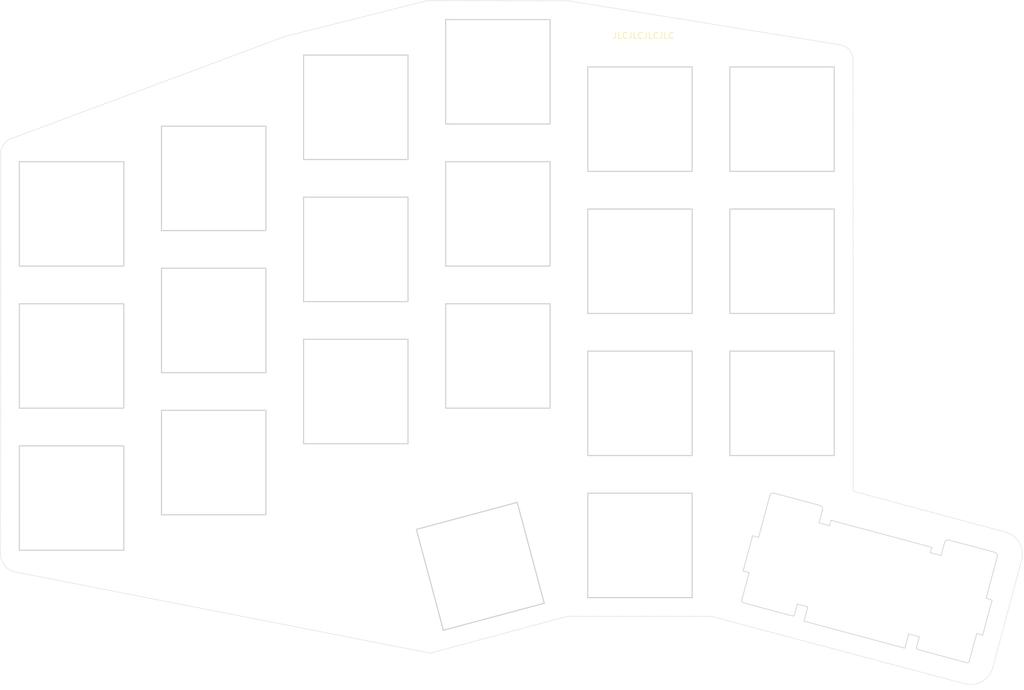
<source format=kicad_pcb>
(kicad_pcb (version 20240108) (generator "pcbnew") (generator_version "8.0")
  (layers (0 "F.Cu" signal) (31 "B.Cu" signal) (34 "B.Paste" user) (35 "F.Paste" user) (36 "B.SilkS" user "B.Silkscreen") (37 "F.SilkS" user "F.Silkscreen") (38 "B.Mask" user) (39 "F.Mask" user) (44 "Edge.Cuts" user))
  (net 0 "")
  (footprint "top-plate-library:1u" (layer "F.Cu") (at 62.574746 63.389401)
    (property "Reference" "S3" (hide yes))
    (property "Value" "SLSS49E" (hide yes))
    (fp_line (start -7 -7) (end -7 7) (stroke (width 0.15)) (layer "Edge.Cuts"))
    (fp_line (start -7 7) (end 7 7) (stroke (width 0.15)) (layer "Edge.Cuts"))
    (fp_line (start 7 -7) (end -7 -7) (stroke (width 0.15)) (layer "Edge.Cuts"))
    (fp_line (start 7 -7) (end 7 7) (stroke (width 0.15)) (layer "Edge.Cuts"))
  )
  (footprint "top-plate-library:1u" (layer "F.Cu") (at 100.674757 103.076901)
    (property "Reference" "S17" (hide yes))
    (property "Value" "SLSS49E" (hide yes))
    (fp_line (start -7 -7) (end -7 7) (stroke (width 0.15)) (layer "Edge.Cuts"))
    (fp_line (start -7 7) (end 7 7) (stroke (width 0.15)) (layer "Edge.Cuts"))
    (fp_line (start 7 -7) (end -7 -7) (stroke (width 0.15)) (layer "Edge.Cuts"))
    (fp_line (start 7 -7) (end 7 7) (stroke (width 0.15)) (layer "Edge.Cuts"))
  )
  (footprint "top-plate-library:1u" (layer "F.Cu") (at 43.524741 72.914392)
    (property "Reference" "S2" (hide yes))
    (property "Value" "SLSS49E" (hide yes))
    (fp_line (start -7 -7) (end -7 7) (stroke (width 0.15)) (layer "Edge.Cuts"))
    (fp_line (start -7 7) (end 7 7) (stroke (width 0.15)) (layer "Edge.Cuts"))
    (fp_line (start 7 -7) (end -7 -7) (stroke (width 0.15)) (layer "Edge.Cuts"))
    (fp_line (start 7 -7) (end 7 7) (stroke (width 0.15)) (layer "Edge.Cuts"))
  )
  (footprint "top-plate-library:1u" (layer "F.Cu") (at 81.624748 77.676891)
    (property "Reference" "S10" (hide yes))
    (property "Value" "SLSS49E" (hide yes))
    (fp_line (start -7 -7) (end -7 7) (stroke (width 0.15)) (layer "Edge.Cuts"))
    (fp_line (start -7 7) (end 7 7) (stroke (width 0.15)) (layer "Edge.Cuts"))
    (fp_line (start 7 -7) (end -7 -7) (stroke (width 0.15)) (layer "Edge.Cuts"))
    (fp_line (start 7 -7) (end 7 7) (stroke (width 0.15)) (layer "Edge.Cuts"))
  )
  (footprint "top-plate-library:1u" (layer "F.Cu") (at 43.524748 91.964395)
    (property "Reference" "S8" (hide yes))
    (property "Value" "SLSS49E" (hide yes))
    (fp_line (start -7 -7) (end -7 7) (stroke (width 0.15)) (layer "Edge.Cuts"))
    (fp_line (start -7 7) (end 7 7) (stroke (width 0.15)) (layer "Edge.Cuts"))
    (fp_line (start 7 -7) (end -7 -7) (stroke (width 0.15)) (layer "Edge.Cuts"))
    (fp_line (start 7 -7) (end 7 7) (stroke (width 0.15)) (layer "Edge.Cuts"))
  )
  (footprint "top-plate-library:2u" (layer "F.Cu") (at 131.1706 127.378252 165)
    (property "Reference" "S39" (hide yes))
    (property "Value" "SLSS49E" (hide yes))
    (fp_curve (pts (xy 15.73315 -6.415591) (xy 15.73315 -6.415591) (xy 15.733151 -2.546213) (xy 15.733151 -2.546213)) (stroke (width 0.1)) (layer "Edge.Cuts"))
    (fp_curve (pts (xy 15.483165 -6.665597) (xy 15.621226 -6.665597) (xy 15.733151 -6.553653) (xy 15.73315 -6.415591)) (stroke (width 0.1)) (layer "Edge.Cuts"))
    (fp_curve (pts (xy 16.568521 -2.546209) (xy 16.568521 -2.546209) (xy 16.568522 2.343866) (xy 16.568522 2.343866)) (stroke (width 0.1)) (layer "Edge.Cuts"))
    (fp_curve (pts (xy 15.733151 -2.546213) (xy 15.733151 -2.546213) (xy 16.568521 -2.546209) (xy 16.568521 -2.546209)) (stroke (width 0.1)) (layer "Edge.Cuts"))
    (fp_curve (pts (xy 16.568522 2.343866) (xy 16.568522 2.343866) (xy 15.73315 2.343865) (xy 15.73315 2.343865)) (stroke (width 0.1)) (layer "Edge.Cuts"))
    (fp_curve (pts (xy 15.73315 2.343865) (xy 15.73315 2.343865) (xy 15.733149 8.099243) (xy 15.733149 8.099243)) (stroke (width 0.1)) (layer "Edge.Cuts"))
    (fp_curve (pts (xy 15.733149 8.099243) (xy 15.733149 8.37539) (xy 15.509305 8.599255) (xy 15.233159 8.599256)) (stroke (width 0.1)) (layer "Edge.Cuts"))
    (fp_curve (pts (xy 15.233159 8.599256) (xy 15.233159 8.599256) (xy 8.908199 8.599255) (xy 8.908199 8.599255)) (stroke (width 0.1)) (layer "Edge.Cuts"))
    (fp_curve (pts (xy 8.658217 -6.665597) (xy 8.658217 -6.665597) (xy 15.483165 -6.665597) (xy 15.483165 -6.665597)) (stroke (width 0.1)) (layer "Edge.Cuts"))
    (fp_curve (pts (xy 8.408209 -6.41559) (xy 8.40821 -6.553653) (xy 8.520132 -6.665596) (xy 8.658217 -6.665597)) (stroke (width 0.1)) (layer "Edge.Cuts"))
    (fp_curve (pts (xy 8.408208 -4.956485) (xy 8.408208 -4.956485) (xy 8.408209 -6.41559) (xy 8.408209 -6.41559)) (stroke (width 0.1)) (layer "Edge.Cuts"))
    (fp_curve (pts (xy 6.949988 -6.937501) (xy 6.949988 -6.937501) (xy 6.949989 -4.956485) (xy 6.949989 -4.956485)) (stroke (width 0.1)) (layer "Edge.Cuts"))
    (fp_curve (pts (xy 6.949989 -4.956485) (xy 6.949989 -4.956485) (xy 8.408208 -4.956485) (xy 8.408208 -4.956485)) (stroke (width 0.1)) (layer "Edge.Cuts"))
    (fp_curve (pts (xy 8.40821 6.314381) (xy 8.40821 6.314381) (xy 6.949986 6.314382) (xy 6.949986 6.314382)) (stroke (width 0.1)) (layer "Edge.Cuts"))
    (fp_curve (pts (xy 8.908199 8.599255) (xy 8.632076 8.599255) (xy 8.408209 8.375389) (xy 8.408208 8.099244)) (stroke (width 0.1)) (layer "Edge.Cuts"))
    (fp_curve (pts (xy 8.408208 8.099244) (xy 8.408208 8.099244) (xy 8.40821 6.314381) (xy 8.40821 6.314381)) (stroke (width 0.1)) (layer "Edge.Cuts"))
    (fp_curve (pts (xy 6.949986 6.314382) (xy 6.949986 6.314382) (xy 6.949987 7.062484) (xy 6.949987 7.062484)) (stroke (width 0.1)) (layer "Edge.Cuts"))
    (fp_curve (pts (xy 6.949987 7.062484) (xy 6.949987 7.062484) (xy -7.049999 7.062483) (xy -7.049999 7.062483)) (stroke (width 0.1)) (layer "Edge.Cuts"))
    (fp_curve (pts (xy -7.05 -6.937501) (xy -7.05 -6.937501) (xy 6.949988 -6.937501) (xy 6.949988 -6.937501)) (stroke (width 0.1)) (layer "Edge.Cuts"))
    (fp_curve (pts (xy -7.049999 -4.956485) (xy -7.049999 -4.956485) (xy -7.05 -6.937501) (xy -7.05 -6.937501)) (stroke (width 0.1)) (layer "Edge.Cuts"))
    (fp_curve (pts (xy -8.527988 -6.415591) (xy -8.527988 -6.415591) (xy -8.527988 -4.956484) (xy -8.527988 -4.956484)) (stroke (width 0.1)) (layer "Edge.Cuts"))
    (fp_curve (pts (xy -8.777993 -6.665597) (xy -8.63991 -6.665597) (xy -8.527989 -6.553652) (xy -8.527988 -6.415591)) (stroke (width 0.1)) (layer "Edge.Cuts"))
    (fp_curve (pts (xy -8.527988 -4.956484) (xy -8.527988 -4.956484) (xy -7.049999 -4.956485) (xy -7.049999 -4.956485)) (stroke (width 0.1)) (layer "Edge.Cuts"))
    (fp_curve (pts (xy -7.049998 6.314382) (xy -7.049998 6.314382) (xy -8.527988 6.314381) (xy -8.527988 6.314381)) (stroke (width 0.1)) (layer "Edge.Cuts"))
    (fp_curve (pts (xy -7.049999 7.062483) (xy -7.049999 7.062483) (xy -7.049998 6.314382) (xy -7.049998 6.314382)) (stroke (width 0.1)) (layer "Edge.Cuts"))
    (fp_curve (pts (xy -8.527988 6.314381) (xy -8.527988 6.314381) (xy -8.527989 8.099244) (xy -8.527989 8.099244)) (stroke (width 0.1)) (layer "Edge.Cuts"))
    (fp_curve (pts (xy -8.527989 8.099244) (xy -8.527988 8.375389) (xy -8.751853 8.599255) (xy -9.027979 8.599255)) (stroke (width 0.1)) (layer "Edge.Cuts"))
    (fp_curve (pts (xy -9.027979 8.599255) (xy -9.027979 8.599255) (xy -15.343355 8.599255) (xy -15.343355 8.599255)) (stroke (width 0.1)) (layer "Edge.Cuts"))
    (fp_curve (pts (xy -15.59336 -6.665598) (xy -15.59336 -6.665598) (xy -8.777993 -6.665597) (xy -8.777993 -6.665597)) (stroke (width 0.1)) (layer "Edge.Cuts"))
    (fp_curve (pts (xy -15.843368 -6.415592) (xy -15.843368 -6.553653) (xy -15.731426 -6.665596) (xy -15.59336 -6.665598)) (stroke (width 0.1)) (layer "Edge.Cuts"))
    (fp_curve (pts (xy -15.843367 -2.546211) (xy -15.843367 -2.546211) (xy -15.843368 -6.415592) (xy -15.843368 -6.415592)) (stroke (width 0.1)) (layer "Edge.Cuts"))
    (fp_curve (pts (xy -16.678718 -2.546211) (xy -16.678718 -2.546211) (xy -15.843367 -2.546211) (xy -15.843367 -2.546211)) (stroke (width 0.1)) (layer "Edge.Cuts"))
    (fp_curve (pts (xy -15.843368 2.343866) (xy -15.843368 2.343866) (xy -16.678717 2.343866) (xy -16.678717 2.343866)) (stroke (width 0.1)) (layer "Edge.Cuts"))
    (fp_curve (pts (xy -16.678717 2.343866) (xy -16.678717 2.343866) (xy -16.678718 -2.546211) (xy -16.678718 -2.546211)) (stroke (width 0.1)) (layer "Edge.Cuts"))
    (fp_curve (pts (xy -15.343355 8.599255) (xy -15.6195 8.599256) (xy -15.843368 8.37539) (xy -15.843367 8.099244)) (stroke (width 0.1)) (layer "Edge.Cuts"))
    (fp_curve (pts (xy -15.843367 8.099244) (xy -15.843367 8.099244) (xy -15.843368 2.343866) (xy -15.843368 2.343866)) (stroke (width 0.1)) (layer "Edge.Cuts"))
  )
  (footprint "top-plate-library:1u" (layer "F.Cu") (at 100.674754 122.126896)
    (property "Reference" "S38" (hide yes))
    (property "Value" "SLSS49E" (hide yes))
    (fp_line (start -7 -7) (end -7 7) (stroke (width 0.15)) (layer "Edge.Cuts"))
    (fp_line (start -7 7) (end 7 7) (stroke (width 0.15)) (layer "Edge.Cuts"))
    (fp_line (start 7 -7) (end -7 -7) (stroke (width 0.15)) (layer "Edge.Cuts"))
    (fp_line (start 7 -7) (end 7 7) (stroke (width 0.15)) (layer "Edge.Cuts"))
  )
  (footprint "MountingHole:MountingHole_2.2mm_M2" (layer "F.Cu") (at 31.820138 66.000656 15)
    (property "Reference" "REF**" (hide yes))
    (property "Value" "MountingHole_2.2mm_M2" (hide yes))
    (pad "" np_thru_hole circle (at 0 0 15) (size 2.2 2.2) (drill 2.2) (layers "*.Cu" "*.Mask"))
  )
  (footprint "top-plate-library:1u" (layer "F.Cu") (at 24.474748 96.726899)
    (property "Reference" "S7" (hide yes))
    (property "Value" "SLSS49E" (hide yes))
    (fp_line (start -7 -7) (end -7 7) (stroke (width 0.15)) (layer "Edge.Cuts"))
    (fp_line (start -7 7) (end 7 7) (stroke (width 0.15)) (layer "Edge.Cuts"))
    (fp_line (start 7 -7) (end -7 -7) (stroke (width 0.15)) (layer "Edge.Cuts"))
    (fp_line (start 7 -7) (end 7 7) (stroke (width 0.15)) (layer "Edge.Cuts"))
  )
  (footprint "MountingHole:MountingHole_2.2mm_M2" (layer "F.Cu") (at 37.926177 124.721142 15)
    (property "Reference" "REF**" (hide yes))
    (property "Value" "MountingHole_2.2mm_M2" (hide yes))
    (pad "" np_thru_hole circle (at 0 0 15) (size 2.2 2.2) (drill 2.2) (layers "*.Cu" "*.Mask"))
  )
  (footprint "top-plate-library:1u" (layer "F.Cu") (at 100.674763 64.976897)
    (property "Reference" "S5" (hide yes))
    (property "Value" "SLSS49E" (hide yes))
    (fp_line (start -7 -7) (end -7 7) (stroke (width 0.15)) (layer "Edge.Cuts"))
    (fp_line (start -7 7) (end 7 7) (stroke (width 0.15)) (layer "Edge.Cuts"))
    (fp_line (start 7 -7) (end -7 -7) (stroke (width 0.15)) (layer "Edge.Cuts"))
    (fp_line (start 7 -7) (end 7 7) (stroke (width 0.15)) (layer "Edge.Cuts"))
  )
  (footprint "top-plate-library:1u" (layer "F.Cu") (at 62.574764 101.489399)
    (property "Reference" "S15" (hide yes))
    (property "Value" "SLSS49E" (hide yes))
    (fp_line (start -7 -7) (end -7 7) (stroke (width 0.15)) (layer "Edge.Cuts"))
    (fp_line (start -7 7) (end 7 7) (stroke (width 0.15)) (layer "Edge.Cuts"))
    (fp_line (start 7 -7) (end -7 -7) (stroke (width 0.15)) (layer "Edge.Cuts"))
    (fp_line (start 7 -7) (end 7 7) (stroke (width 0.15)) (layer "Edge.Cuts"))
  )
  (footprint "top-plate-library:1u" (layer "F.Cu") (at 119.724763 84.026906)
    (property "Reference" "S12" (hide yes))
    (property "Value" "SLSS49E" (hide yes))
    (fp_line (start -7 -7) (end -7 7) (stroke (width 0.15)) (layer "Edge.Cuts"))
    (fp_line (start -7 7) (end 7 7) (stroke (width 0.15)) (layer "Edge.Cuts"))
    (fp_line (start 7 -7) (end -7 -7) (stroke (width 0.15)) (layer "Edge.Cuts"))
    (fp_line (start 7 -7) (end 7 7) (stroke (width 0.15)) (layer "Edge.Cuts"))
  )
  (footprint "top-plate-library:1u" (layer "F.Cu") (at 24.474753 77.676892)
    (property "Reference" "S1" (hide yes))
    (property "Value" "SLSS49E" (hide yes))
    (fp_line (start -7 -7) (end -7 7) (stroke (width 0.15)) (layer "Edge.Cuts"))
    (fp_line (start -7 7) (end 7 7) (stroke (width 0.15)) (layer "Edge.Cuts"))
    (fp_line (start 7 -7) (end -7 -7) (stroke (width 0.15)) (layer "Edge.Cuts"))
    (fp_line (start 7 -7) (end 7 7) (stroke (width 0.15)) (layer "Edge.Cuts"))
  )
  (footprint "top-plate-library:1u" (layer "F.Cu") (at 24.474752 115.776902)
    (property "Reference" "S13" (hide yes))
    (property "Value" "SLSS49E" (hide yes))
    (fp_line (start -7 -7) (end -7 7) (stroke (width 0.15)) (layer "Edge.Cuts"))
    (fp_line (start -7 7) (end 7 7) (stroke (width 0.15)) (layer "Edge.Cuts"))
    (fp_line (start 7 -7) (end -7 -7) (stroke (width 0.15)) (layer "Edge.Cuts"))
    (fp_line (start 7 -7) (end 7 7) (stroke (width 0.15)) (layer "Edge.Cuts"))
  )
  (footprint "top-plate-library:1u" (layer "F.Cu") (at 62.574752 82.439412)
    (property "Reference" "S9" (hide yes))
    (property "Value" "SLSS49E" (hide yes))
    (fp_line (start -7 -7) (end -7 7) (stroke (width 0.15)) (layer "Edge.Cuts"))
    (fp_line (start -7 7) (end 7 7) (stroke (width 0.15)) (layer "Edge.Cuts"))
    (fp_line (start 7 -7) (end -7 -7) (stroke (width 0.15)) (layer "Edge.Cuts"))
    (fp_line (start 7 -7) (end 7 7) (stroke (width 0.15)) (layer "Edge.Cuts"))
  )
  (footprint "top-plate-library:1u" (layer "F.Cu") (at 81.624757 96.726901)
    (property "Reference" "S16" (hide yes))
    (property "Value" "SLSS49E" (hide yes))
    (fp_line (start -7 -7) (end -7 7) (stroke (width 0.15)) (layer "Edge.Cuts"))
    (fp_line (start -7 7) (end 7 7) (stroke (width 0.15)) (layer "Edge.Cuts"))
    (fp_line (start 7 -7) (end -7 -7) (stroke (width 0.15)) (layer "Edge.Cuts"))
    (fp_line (start 7 -7) (end 7 7) (stroke (width 0.15)) (layer "Edge.Cuts"))
  )
  (footprint "top-plate-library:1u" (layer "F.Cu") (at 43.524745 111.014396)
    (property "Reference" "S14" (hide yes))
    (property "Value" "SLSS49E" (hide yes))
    (fp_line (start -7 -7) (end -7 7) (stroke (width 0.15)) (layer "Edge.Cuts"))
    (fp_line (start -7 7) (end 7 7) (stroke (width 0.15)) (layer "Edge.Cuts"))
    (fp_line (start 7 -7) (end -7 -7) (stroke (width 0.15)) (layer "Edge.Cuts"))
    (fp_line (start 7 -7) (end 7 7) (stroke (width 0.15)) (layer "Edge.Cuts"))
  )
  (footprint "MountingHole:MountingHole_2.2mm_M2" (layer "F.Cu") (at 111.719724 120.042547 15)
    (property "Reference" "REF**" (hide yes))
    (property "Value" "MountingHole_2.2mm_M2" (hide yes))
    (pad "" np_thru_hole circle (at 0 0 15) (size 2.2 2.2) (drill 2.2) (layers "*.Cu" "*.Mask"))
  )
  (footprint "top-plate-library:1u" (layer "F.Cu") (at 79.267926 124.928173 15)
    (property "Reference" "S37" (hide yes))
    (property "Value" "SLSS49E" (hide yes))
    (fp_line (start -6.999999 -6.999999) (end -6.999999 6.999999) (stroke (width 0.15)) (layer "Edge.Cuts"))
    (fp_line (start -6.999999 6.999999) (end 6.999999 6.999999) (stroke (width 0.15)) (layer "Edge.Cuts"))
    (fp_line (start 6.999999 -6.999999) (end -6.999999 -6.999999) (stroke (width 0.15)) (layer "Edge.Cuts"))
    (fp_line (start 6.999999 -6.999999) (end 6.999999 6.999999) (stroke (width 0.15)) (layer "Edge.Cuts"))
  )
  (footprint "top-plate-library:1u" (layer "F.Cu") (at 119.724755 103.076893)
    (property "Reference" "S18" (hide yes))
    (property "Value" "SLSS49E" (hide yes))
    (fp_line (start -7 -7) (end -7 7) (stroke (width 0.15)) (layer "Edge.Cuts"))
    (fp_line (start -7 7) (end 7 7) (stroke (width 0.15)) (layer "Edge.Cuts"))
    (fp_line (start 7 -7) (end -7 -7) (stroke (width 0.15)) (layer "Edge.Cuts"))
    (fp_line (start 7 -7) (end 7 7) (stroke (width 0.15)) (layer "Edge.Cuts"))
  )
  (footprint "top-plate-library:1u" (layer "F.Cu") (at 100.674747 84.026895)
    (property "Reference" "S11" (hide yes))
    (property "Value" "SLSS49E" (hide yes))
    (fp_line (start -7 -7) (end -7 7) (stroke (width 0.15)) (layer "Edge.Cuts"))
    (fp_line (start -7 7) (end 7 7) (stroke (width 0.15)) (layer "Edge.Cuts"))
    (fp_line (start 7 -7) (end -7 -7) (stroke (width 0.15)) (layer "Edge.Cuts"))
    (fp_line (start 7 -7) (end 7 7) (stroke (width 0.15)) (layer "Edge.Cuts"))
  )
  (footprint "MountingHole:MountingHole_2.2mm_M2" (layer "F.Cu") (at 93.315434 53.250026 15)
    (property "Reference" "REF**" (hide yes))
    (property "Value" "MountingHole_2.2mm_M2" (hide yes))
    (pad "" np_thru_hole circle (at 0 0 15) (size 2.2 2.2) (drill 2.2) (layers "*.Cu" "*.Mask"))
  )
  (footprint "top-plate-library:1u" (layer "F.Cu") (at 81.624737 58.626894)
    (property "Reference" "S4" (hide yes))
    (property "Value" "SLSS49E" (hide yes))
    (fp_line (start -7 -7) (end -7 7) (stroke (width 0.15)) (layer "Edge.Cuts"))
    (fp_line (start -7 7) (end 7 7) (stroke (width 0.15)) (layer "Edge.Cuts"))
    (fp_line (start 7 -7) (end -7 -7) (stroke (width 0.15)) (layer "Edge.Cuts"))
    (fp_line (start 7 -7) (end 7 7) (stroke (width 0.15)) (layer "Edge.Cuts"))
  )
  (footprint "top-plate-library:1u" (layer "F.Cu") (at 119.724755 64.976909)
    (property "Reference" "S6" (hide yes))
    (property "Value" "SLSS49E" (hide yes))
    (fp_line (start -7 -7) (end -7 7) (stroke (width 0.15)) (layer "Edge.Cuts"))
    (fp_line (start -7 7) (end 7 7) (stroke (width 0.15)) (layer "Edge.Cuts"))
    (fp_line (start 7 -7) (end -7 -7) (stroke (width 0.15)) (layer "Edge.Cuts"))
    (fp_line (start 7 -7) (end 7 7) (stroke (width 0.15)) (layer "Edge.Cuts"))
  )
  (gr_line (start 129.25824 114.857418) (end 149.675323 120.338512) (stroke (width 0.05)) (layer "Edge.Cuts"))
  (gr_line (start 110.249558 131.638187) (end 144.227183 140.671251) (stroke (width 0.05)) (layer "Edge.Cuts"))
  (gr_line (start 151.839071 124.086231) (end 147.974903 138.507504) (stroke (width 0.05)) (layer "Edge.Cuts"))
  (gr_line (start 129.241853 57.01887) (end 129.25824 114.857418) (stroke (width 0.05)) (layer "Edge.Cuts"))
  (gr_arc (start 14.970405 69.793239) (mid 15.269027 68.489311) (end 16.290355 67.625428) (stroke (width 0.05)) (layer "Edge.Cuts"))
  (gr_line (start 16.710756 125.643533) (end 72.540049 136.566027) (stroke (width 0.05)) (layer "Edge.Cuts"))
  (gr_arc (start 127.656223 55.03709) (mid 128.77938 55.763671) (end 129.241853 57.01887) (stroke (width 0.05)) (layer "Edge.Cuts"))
  (gr_arc (start 147.974903 138.507504) (mid 146.54917 140.365556) (end 144.227183 140.671251) (stroke (width 0.05)) (layer "Edge.Cuts"))
  (gr_line (start 72.087505 49.102926) (end 53.07772 53.885996) (stroke (width 0.05)) (layer "Edge.Cuts"))
  (gr_line (start 91.037525 131.609644) (end 110.249558 131.638187) (stroke (width 0.05)) (layer "Edge.Cuts"))
  (gr_line (start 127.656223 55.03709) (end 91.141699 49.121983) (stroke (width 0.05)) (layer "Edge.Cuts"))
  (gr_arc (start 16.710756 125.643533) (mid 15.460171 124.77778) (end 14.953983 123.343463) (stroke (width 0.05)) (layer "Edge.Cuts"))
  (gr_line (start 72.540049 136.566027) (end 91.037525 131.609644) (stroke (width 0.05)) (layer "Edge.Cuts"))
  (gr_line (start 91.141699 49.121983) (end 72.087505 49.102926) (stroke (width 0.05)) (layer "Edge.Cuts"))
  (gr_line (start 53.07772 53.885996) (end 16.290355 67.625428) (stroke (width 0.05)) (layer "Edge.Cuts"))
  (gr_arc (start 149.675323 120.338512) (mid 151.533377 121.764244) (end 151.839071 124.086231) (stroke (width 0.05)) (layer "Edge.Cuts"))
  (gr_line (start 14.970405 69.793239) (end 14.953983 123.343463) (stroke (width 0.05)) (layer "Edge.Cuts"))
  (gr_text "JLCJLCJLCJLC" (at 101.12 54.26 0) (layer "F.SilkS") (effects (font (size 0.8 0.8) (thickness 0.1)) (justify bottom)))
)
</source>
